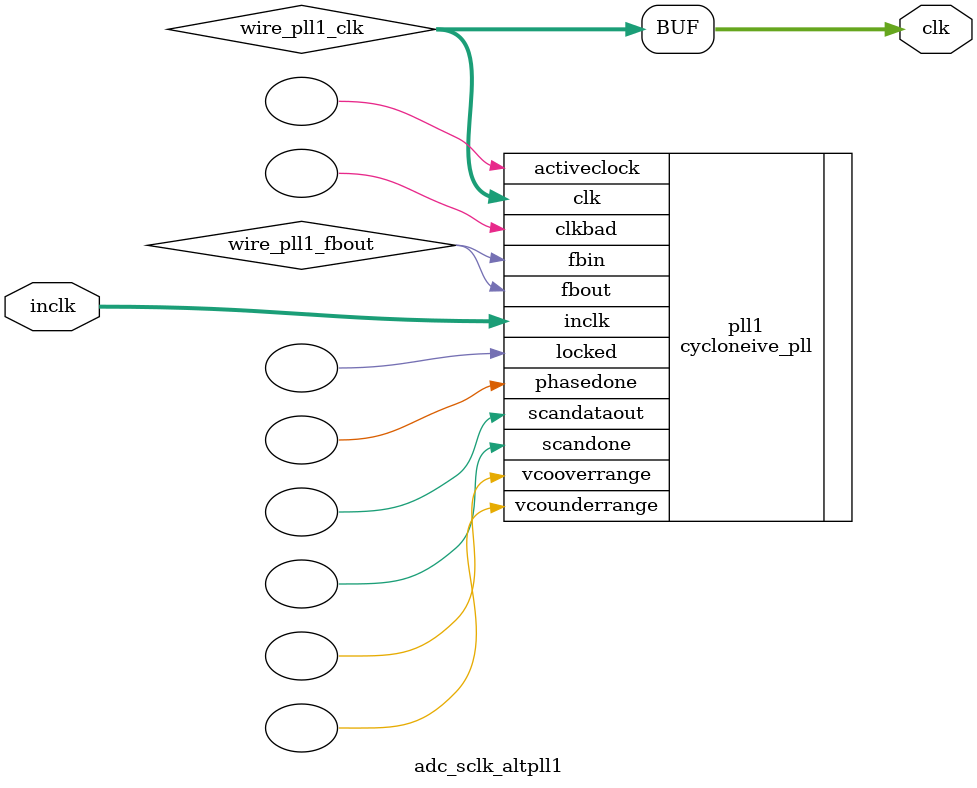
<source format=v>






//synthesis_resources = cycloneive_pll 1 
//synopsys translate_off
`timescale 1 ps / 1 ps
//synopsys translate_on
module  adc_sclk_altpll1
	( 
	clk,
	inclk) /* synthesis synthesis_clearbox=1 */;
	output   [4:0]  clk;
	input   [1:0]  inclk;
`ifndef ALTERA_RESERVED_QIS
// synopsys translate_off
`endif
	tri0   [1:0]  inclk;
`ifndef ALTERA_RESERVED_QIS
// synopsys translate_on
`endif

	wire  [4:0]   wire_pll1_clk;
	wire  wire_pll1_fbout;

	cycloneive_pll   pll1
	( 
	.activeclock(),
	.clk(wire_pll1_clk),
	.clkbad(),
	.fbin(wire_pll1_fbout),
	.fbout(wire_pll1_fbout),
	.inclk(inclk),
	.locked(),
	.phasedone(),
	.scandataout(),
	.scandone(),
	.vcooverrange(),
	.vcounderrange()
	`ifndef FORMAL_VERIFICATION
	// synopsys translate_off
	`endif
	,
	.areset(1'b0),
	.clkswitch(1'b0),
	.configupdate(1'b0),
	.pfdena(1'b1),
	.phasecounterselect({3{1'b0}}),
	.phasestep(1'b0),
	.phaseupdown(1'b0),
	.scanclk(1'b0),
	.scanclkena(1'b1),
	.scandata(1'b0)
	`ifndef FORMAL_VERIFICATION
	// synopsys translate_on
	`endif
	);
	defparam
		pll1.bandwidth_type = "auto",
		pll1.clk0_divide_by = 125,
		pll1.clk0_duty_cycle = 50,
		pll1.clk0_multiply_by = 8,
		pll1.clk0_phase_shift = "0",
		pll1.inclk0_input_frequency = 20000,
		pll1.operation_mode = "no_compensation",
		pll1.pll_type = "auto",
		pll1.lpm_type = "cycloneive_pll";
	assign
		clk = {wire_pll1_clk[4:0]};
endmodule //adc_sclk_altpll1
//VALID FILE

</source>
